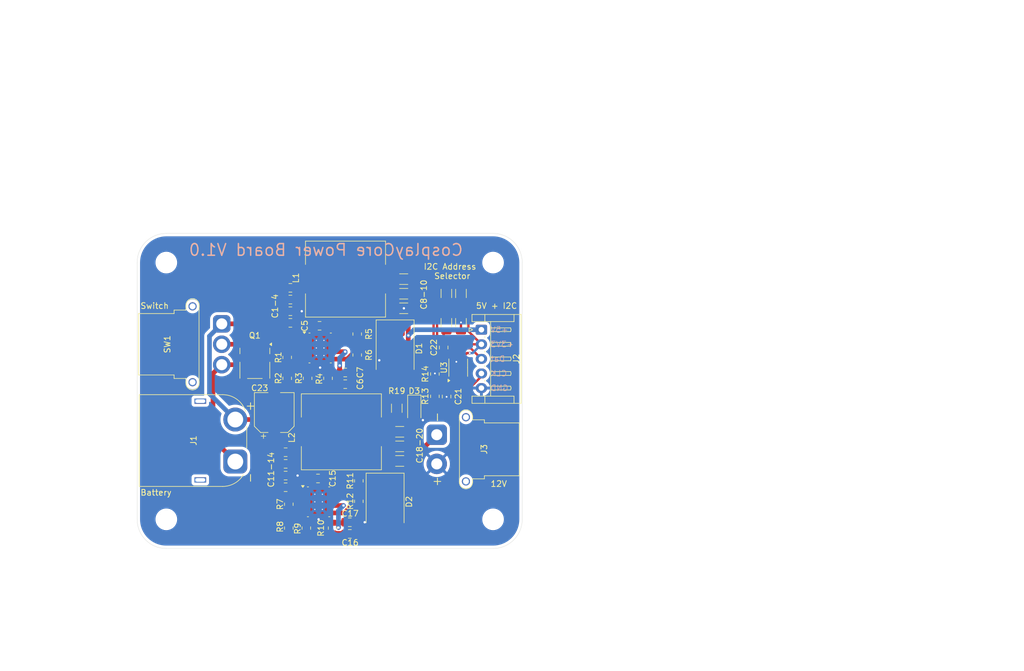
<source format=kicad_pcb>
(kicad_pcb (version 20241229) (generator "pcbnew") (generator_version "9.0")
  (layers (0 "F.Cu" signal) (2 "B.Cu" signal) (13 "F.Paste" user) (15 "B.Paste" user) (5 "F.SilkS" user "F.Silkscreen") (7 "B.SilkS" user "B.Silkscreen") (1 "F.Mask" user) (3 "B.Mask" user) (25 "Edge.Cuts" user))
  (net 0 "")
  (net 1 "GND")
  (net 2 "+BATT")
  (net 3 "Net-(D1-K)")
  (net 4 "Net-(U1-BOOT)")
  (net 5 "+5V")
  (net 6 "Net-(U2-BOOT)")
  (net 7 "Net-(D2-K)")
  (net 8 "+12V")
  (net 9 "Net-(J1-Pin_1)")
  (net 10 "Net-(Q1-G)")
  (net 11 "Net-(U1-COMP)")
  (net 12 "Net-(U1-FB)")
  (net 13 "Net-(U1-EN)")
  (net 14 "Net-(U1-RT{slash}CLK)")
  (net 15 "Net-(U2-FB)")
  (net 16 "Net-(U2-COMP)")
  (net 17 "Net-(U2-EN)")
  (net 18 "Net-(U2-RT{slash}CLK)")
  (net 19 "Net-(C6-Pad1)")
  (net 20 "Net-(C16-Pad1)")
  (net 21 "/I2C_Dat")
  (net 22 "/I2C_CLK")
  (net 23 "Net-(U3-VIN)")
  (net 24 "+3V3")
  (net 25 "Net-(D3-A)")
  (net 26 "/ADR1")
  (net 27 "/ADR0")
  (footprint "Capacitor_SMD:C_0805_2012Metric" (layer "F.Cu") (at 127.265 82.335)
    (property "Reference" "C4" (hide yes))
    (property "Value" "2.2u")
  )
  (footprint "Capacitor_SMD:C_0805_2012Metric" (layer "F.Cu") (at 136.665 98.835)
    (property "Reference" "C6")
    (property "Value" "4.7n")
  )
  (footprint "Capacitor_SMD:C_1206_3216Metric" (layer "F.Cu") (at 146.69 80.835)
    (property "Reference" "C8" (hide yes))
    (property "Value" "47u")
  )
  (footprint "Resistor_SMD:R_0805_2012Metric" (layer "F.Cu") (at 138.715 93.835 -90)
    (property "Reference" "R6")
    (property "Value" "10k")
  )
  (footprint "Capacitor_SMD:C_0805_2012Metric" (layer "F.Cu") (at 126.45 116.5)
    (property "Reference" "C11" (hide yes))
    (property "Value" "2.2u")
  )
  (footprint "Capacitor_SMD:C_1206_3216Metric" (layer "F.Cu") (at 146.69 83.335)
    (property "Reference" "C9" (hide yes))
    (property "Value" "47u")
  )
  (footprint "Capacitor_SMD:C_0805_2012Metric" (layer "F.Cu") (at 127.265 84.335)
    (property "Reference" "C3" (hide yes))
    (property "Value" "2.2u")
  )
  (footprint "Inductor_SMD:L_TechFuse_SL1250" (layer "F.Cu") (at 136.715 80.835)
    (property "Reference" "L1")
    (property "Value" "10u")
  )
  (footprint "Capacitor_SMD:C_0805_2012Metric" (layer "F.Cu") (at 153.5325 92.556266 90)
    (property "Reference" "C22")
    (property "Value" "4.7u")
  )
  (footprint "Diode_SMD:D_SMC" (layer "F.Cu") (at 143.5 119 -90)
    (property "Reference" "D2")
    (property "Value" "B560C")
  )
  (footprint "Capacitor_SMD:C_0805_2012Metric" (layer "F.Cu") (at 126.45 114.5)
    (property "Reference" "C12" (hide yes))
    (property "Value" "2.2u")
  )
  (footprint "Connector_JST:JST_EH_S5B-EH_1x05_P2.50mm_Horizontal" (layer "F.Cu") (at 160 89.506266 -90)
    (property "Reference" "J2")
    (property "Value" "I2C")
  )
  (footprint "MountingHole:MountingHole_3.2mm_M3" (layer "F.Cu") (at 106 122)
    (property "Reference" "H2" (hide yes))
    (property "Value" "MountingHole")
  )
  (footprint "Resistor_SMD:R_0805_2012Metric" (layer "F.Cu") (at 133.715 97.835 -90)
    (property "Reference" "R4")
    (property "Value" "16.9k")
  )
  (footprint "Capacitor_SMD:C_0805_2012Metric" (layer "F.Cu") (at 154.0325 100.956266 90)
    (property "Reference" "C21")
    (property "Value" "100n")
  )
  (footprint "Capacitor_SMD:C_0805_2012Metric" (layer "F.Cu") (at 136.665 96.835)
    (property "Reference" "C7")
    (property "Value" "47p")
  )
  (footprint "Resistor_SMD:R_0805_2012Metric" (layer "F.Cu") (at 130.215 97.835 -90)
    (property "Reference" "R3")
    (property "Value" "243k")
  )
  (footprint "Resistor_SMD:R_1206_3216Metric" (layer "F.Cu") (at 156.5 83.290633 -90)
    (property "Reference" "R17" (hide yes))
    (property "Value" "10k")
  )
  (footprint "Capacitor_SMD:C_0805_2012Metric" (layer "F.Cu") (at 126.45 110.5)
    (property "Reference" "C14" (hide yes))
    (property "Value" "2.2u")
  )
  (footprint "Capacitor_SMD:C_1206_3216Metric" (layer "F.Cu") (at 146 112)
    (property "Reference" "C20" (hide yes))
    (property "Value" "47u")
  )
  (footprint "Resistor_SMD:R_1206_3216Metric" (layer "F.Cu") (at 145.5 102.9625 -90)
    (property "Reference" "R19")
    (property "Value" "80")
  )
  (footprint "Connector_AMASS:AMASS_XT30PW-F_1x02_P2.50mm_Horizontal" (layer "F.Cu") (at 152.35 107.5 -90)
    (property "Reference" "J3")
    (property "Value" "12V_Out" (hide yes))
  )
  (footprint "Capacitor_SMD:C_0805_2012Metric" (layer "F.Cu") (at 132 115 180)
    (property "Reference" "C15")
    (property "Value" "100n")
  )
  (footprint "Capacitor_SMD:C_0805_2012Metric" (layer "F.Cu") (at 127.265 88.335)
    (property "Reference" "C1" (hide yes))
    (property "Value" "2.2u")
  )
  (footprint "Package_SO:Texas_R-PDSO-G8_EP2.95x4.9mm_Mask2.4x3.1mm_ThermalVias" (layer "F.Cu") (at 132.365 92.635)
    (property "Reference" "U1" (hide yes))
    (property "Value" "TPS54560BDDA")
  )
  (footprint "MountingHole:MountingHole_3.2mm_M3" (layer "F.Cu") (at 106 78)
    (property "Reference" "H1" (hide yes))
    (property "Value" "MountingHole")
  )
  (footprint "Package_SO:Texas_R-PDSO-G8_EP2.95x4.9mm_Mask2.4x3.1mm_ThermalVias" (layer "F.Cu") (at 132.1 119)
    (property "Reference" "U2" (hide yes))
    (property "Value" "TPS54560BDDA")
  )
  (footprint "Resistor_SMD:R_0805_2012Metric" (layer "F.Cu") (at 152.0325 100.918766 90)
    (property "Reference" "R13")
    (property "Value" "39k")
  )
  (footprint "Capacitor_SMD:C_0805_2012Metric" (layer "F.Cu") (at 127.265 86.335)
    (property "Reference" "C2" (hide yes))
    (property "Value" "2.2u")
  )
  (footprint "Package_SO:ONSemi_SO-8FL_488AA" (layer "F.Cu") (at 121.175 94.755 -90)
    (property "Reference" "Q1")
    (property "Value" "NTMFS5C430NLT1G")
  )
  (footprint "Capacitor_SMD:C_0805_2012Metric" (layer "F.Cu") (at 132.265 88.835 180)
    (property "Reference" "C5")
    (property "Value" "100n")
  )
  (footprint "Resistor_SMD:R_1206_3216Metric" (layer "F.Cu") (at 154 88.290633 -90)
    (property "Reference" "R16" (hide yes))
    (property "Value" "10k")
  )
  (footprint "Connector_AMASS:AMASS_XT60PW-M_1x02_P7.20mm_Horizontal" (layer "F.Cu") (at 117.825 112.1 90)
    (property "Reference" "J1")
    (property "Value" "Conn_01x02_Pin")
  )
  (footprint "Capacitor_SMD:C_1206_3216Metric" (layer "F.Cu") (at 146 107)
    (property "Reference" "C18" (hide yes))
    (property "Value" "47u")
  )
  (footprint "Inductor_SMD:L_TechFuse_SL1250" (layer "F.Cu") (at 136 107)
    (property "Reference" "L2")
    (property "Value" "22u")
  )
  (footprint "Capacitor_SMD:C_0805_2012Metric" (layer "F.Cu") (at 126.45 112.5)
    (property "Reference" "C13" (hide yes))
    (property "Value" "2.2u")
  )
  (footprint "Resistor_SMD:R_0805_2012Metric" (layer "F.Cu") (at 130 123.5 -90)
    (property "Reference" "R9")
    (property "Value" "243k")
  )
  (footprint "Package_SO:MSOP-8_3x3mm_P0.65mm" (layer "F.Cu") (at 156.0325 96.006266 90)
    (property "Reference" "U3")
    (property "Value" "ADC081C021CIMM")
  )
  (footprint "Resistor_SMD:R_0805_2012Metric" (layer "F.Cu") (at 138.715 90.2475 -90)
    (property "Reference" "R5")
    (property "Value" "52.3k")
  )
  (footprint "Capacitor_SMD:C_1206_3216Metric" (layer "F.Cu") (at 146.69 85.835)
    (property "Reference" "C10" (hide yes))
    (property "Value" "47u")
  )
  (footprint "Connector_AMASS:AMASS_MR30PW-FB_1x03_P3.50mm_Horizontal" (layer "F.Cu") (at 115.5 88.5 90)
    (property "Reference" "SW1")
    (property "Value" "SW_SPDT")
  )
  (footprint "Resistor_SMD:R_0805_2012Metric" (layer "F.Cu") (at 139 115.4125 -90)
    (property "Reference" "R11")
    (property "Value" "140k")
  )
  (footprint "Capacitor_SMD:CP_Elec_6.3x7.7" (layer "F.Cu") (at 124.5 103.7 90)
    (property "Reference" "C23")
    (property "Value" "150u")
  )
  (footprint "Resistor_SMD:R_1206_3216Metric" (layer "F.Cu") (at 156.5 88.290633 -90)
    (property "Reference" "R18" (hide yes))
    (property "Value" "10k")
  )
  (footprint "Resistor_SMD:R_0805_2012Metric" (layer "F.Cu") (at 127 119.4125 -90)
    (property "Reference" "R7")
    (property "Value" "150k")
  )
  (footprint "Capacitor_SMD:C_0805_2012Metric" (layer "F.Cu") (at 137.45 124.5)
    (property "Reference" "C16")
    (property "Value" "8.2n")
  )
  (footprint "Capacitor_SMD:C_1206_3216Metric" (layer "F.Cu") (at 146 109.5)
    (property "Reference" "C19" (hide yes))
    (property "Value" "47u")
  )
  (footprint "Resistor_SMD:R_0805_2012Metric" (layer "F.Cu") (at 139 118.9125 -90)
    (property "Reference" "R12")
    (property "Value" "10k")
  )
  (footprint "Diode_SMD:D_SMC" (layer "F.Cu") (at 145.215 92.735 -90)
    (property "Reference" "D1")
    (property "Value" "B560C")
  )
  (footprint "LED_SMD:LED_1206_3216Metric" (layer "F.Cu") (at 148.5 103 -90)
    (property "Reference" "D3")
    (property "Value" "LED")
  )
  (footprint "Resistor_SMD:R_0805_2012Metric" (layer "F.Cu") (at 127 123.5 -90)
    (property "Reference" "R8")
    (property "Value" "15k")
  )
  (footprint "Resistor_SMD:R_0805_2012Metric" (layer "F.Cu") (at 134.5 123.5 -90)
    (property "Reference" "R10")
    (property "Value" "26.1k")
  )
  (footprint "MountingHole:MountingHole_3.2mm_M3" (layer "F.Cu") (at 162 122)
    (property "Reference" "H4" (hide yes))
    (property "Value" "MountingHole")
  )
  (footprint "Resistor_SMD:R_0805_2012Metric" (layer "F.Cu") (at 126.715 94.2475 -90)
    (property "Reference" "R1")
    (property "Value" "150k")
  )
  (footprint "Resistor_SMD:R_0805_2012Metric" (layer "F.Cu") (at 152.0325 97.093766 90)
    (property "Reference" "R14")
    (property "Value" "10k")
  )
  (footprint "MountingHole:MountingHole_3.2mm_M3" (layer "F.Cu") (at 162 78)
    (property "Reference" "H3" (hide yes))
    (property "Value" "MountingHole")
  )
  (footprint "Resistor_SMD:R_0805_2012Metric" (layer "F.Cu") (at 126.715 97.835 -90)
    (property "Reference" "R2")
    (property "Value" "15k")
  )
  (footprint "Resistor_SMD:R_1206_3216Metric" (layer "F.Cu") (at 154 83.290633 -90)
    (property "Reference" "R15" (hide yes))
    (property "Value" "10k")
  )
  (footprint "Capacitor_SMD:C_0805_2012Metric" (layer "F.Cu") (at 137.45 122.5)
    (property "Reference" "C17")
    (property "Value" "30p")
  )
  (gr_arc (start 101 78) (mid 102.464466 74.464466) (end 106 73) (stroke (width 0.05)) (layer "Edge.Cuts"))
  (gr_line (start 106 73) (end 162 73) (stroke (width 0.05)) (layer "Edge.Cuts"))
  (gr_arc (start 162 73) (mid 165.535534 74.464466) (end 167 78) (stroke (width 0.05)) (layer "Edge.Cuts"))
  (gr_line (start 167 78) (end 167 122) (stroke (width 0.05)) (layer "Edge.Cuts"))
  (gr_line (start 162 127) (end 106 127) (stroke (width 0.05)) (layer "Edge.Cuts"))
  (gr_line (start 101 122) (end 101 78) (stroke (width 0.05)) (layer "Edge.Cuts"))
  (gr_arc (start 167 122) (mid 165.535534 125.535534) (end 162 127) (stroke (width 0.05)) (layer "Edge.Cuts"))
  (gr_arc (start 106 127) (mid 102.464466 125.535534) (end 101 122) (stroke (width 0.05)) (layer "Edge.Cuts"))
  (gr_text "Switch" (at 101.5 86 0) (layer "F.SilkS") (effects (font (size 1 1)) (justify left bottom)))
  (gr_text "C18-20" (at 150 112.5 90) (layer "F.SilkS") (effects (font (size 1 1)) (justify left bottom)))
  (gr_text "I2C Address \nSelector" (at 155 79.5 0) (layer "F.SilkS") (effects (font (size 1 1))))
  (gr_text "C1-4" (at 125.215 87.635 90) (layer "F.SilkS") (effects (font (size 1 1)) (justify left bottom)))
  (gr_text "5V + I2C" (at 159 86 0) (layer "F.SilkS") (effects (font (size 1 1)) (justify left bottom)))
  (gr_text "C11-14" (at 123.95 113.5 90) (layer "F.SilkS") (effects (font (size 1 1))))
  (gr_text "C8-10" (at 150.715 86.135 90) (layer "F.SilkS") (effects (font (size 1 1)) (justify left bottom)))
  (gr_text "Battery" (at 101.5 118 0) (layer "F.SilkS") (effects (font (size 1 1)) (justify left bottom)))
  (gr_text "12V" (at 161.5 116.5 0) (layer "F.SilkS") (effects (font (size 1 1)) (justify left bottom)))
  (gr_text "+5V" (at 161.5 89.5 0) (layer "B.SilkS") (effects (font (size 1 1) (thickness 0.1)) (justify right mirror)))
  (gr_text "GND" (at 161.5 99.5 0) (layer "B.SilkS") (effects (font (size 1 1) (thickness 0.1)) (justify right mirror)))
  (gr_text "Dat" (at 161.5 94.5 0) (layer "B.SilkS") (effects (font (size 1 1) (thickness 0.1)) (justify right mirror)))
  (gr_text "CosplayCore Power Board V1.0" (at 157 77 0) (layer "B.SilkS") (effects (font (size 2 2) (thickness 0.25)) (justify left bottom mirror)))
  (gr_text "CLK" (at 161.5 97 0) (layer "B.SilkS") (effects (font (size 1 1) (thickness 0.1)) (justify right mirror)))
  (gr_text "+3V3" (at 161.5 92 0) (layer "B.SilkS") (effects (font (size 1 1) (thickness 0.1)) (justify right mirror)))
  (segment (start 137.615 96.835) (end 137.615 95.8475) (width 0.8) (layer "F.Cu") (net 1))
  (segment (start 155.5 89.753133) (end 156.5 89.753133) (width 0.4) (layer "F.Cu") (net 1))
  (segment (start 125 93.92775) (end 125 99) (width 0.8) (layer "F.Cu") (net 1))
  (segment (start 123.08 92.00775) (end 125 93.92775) (width 0.8) (layer "F.Cu") (net 1))
  (segment (start 137.615 95.8475) (end 138.715 94.7475) (width 0.8) (layer "F.Cu") (net 1))
  (segment (start 127.4 112.5) (end 127.4 110.5) (width 0.8) (layer "F.Cu") (net 1))
  (segment (start 132.1 122) (end 132.1 119) (width 0.8) (layer "F.Cu") (net 1))
  (segment (start 147.475 107) (end 147.475 109.5) (width 0.8) (layer "F.Cu") (net 1))
  (segment (start 138.4 122.5) (end 140 122.5) (width 0.8) (layer "F.Cu") (net 1))
  (segment (start 134.9275 92) (end 133 92) (width 0.8) (layer "F.Cu") (net 1))
  (segment (start 139 121.9) (end 138.4 122.5) (width 0.8) (layer "F.Cu") (net 1))
  (segment (start 127.4 114.5) (end 127.4 112.5) (width 0.8) (layer "F.Cu") (net 1))
  (segment (start 148.110424 107) (end 147.475 107) (width 0.8) (layer "F.Cu") (net 1))
  (segment (start 125 100.5) (end 124.5 101) (width 0.8) (layer "F.Cu") (net 1))
  (segment (start 132.365 97.2975) (end 132.365 96) (width 0.8) (layer "F.Cu") (net 1))
  (segment (start 139 119.825) (end 139 121.9) (width 0.8) (layer "F.Cu") (net 1))
  (segment (start 142.715 94.7475) (end 143.8275 94.7475) (width 0.8) (layer "F.Cu") (net 1))
  (segment (start 154 89.753133) (end 155.5 89.753133) (width 0.4) (layer "F.Cu") (net 1))
  (segment (start 149.976 105.134424) (end 148.110424 107) (width 0.8) (layer "F.Cu") (net 1))
  (segment (start 148.165 83.335) (end 148.165 85.835) (width 0.8) (layer "F.Cu") (net 1))
  (segment (start 154.0325 101.906266) (end 154.0325 101.006266) (width 0.4) (layer "F.Cu") (net 1))
  (segment (start 153.5325 91.606266) (end 153.5325 90.220633) (width 0.4) (layer "F.Cu") (net 1))
  (segment (start 121.81 92.00775) (end 120.54 92.00775) (width 0.8) (layer "F.Cu") (net 1))
  (segment (start 143.4 122.5) (end 143.5 122.4) (width 0.8) (layer "F.Cu") (net 1))
  (segment (start 130.7 124.4125) (end 132.1 123.0125) (width 0.8) (layer "F.Cu") (net 1))
  (segment (start 125.2525 98.7475) (end 125 99) (width 0.8) (layer "F.Cu") (net 1))
  (segment (start 147.475 109.5) (end 147.475 112) (width 0.8) (layer "F.Cu") (net 1))
  (segment (start 137.615 96.835) (end 137.615 98.835) (width 0.8) (layer "F.Cu") (net 1))
  (segment (start 132.735 118.365) (end 132.1 119) (width 0.8) (layer "F.Cu") (net 1))
  (segment (start 130.215 98.7475) (end 130.915 98.7475) (width 0.8) (layer "F.Cu") (net 1))
  (segment (start 126.715 98.7475) (end 130.215 98.7475) (width 0.8) (layer "F.Cu") (net 1))
  (segment (start 128.215 86.335) (end 128.215 88.335) (width 0.8) (layer "F.Cu") (net 1))
  (segment (start 128.215 82.335) (end 128.215 84.335) (width 0.8) (layer "F.Cu") (net 1))
  (segment (start 142.5 94.7475) (end 142.715 94.7475) (width 0.8) (layer "F.Cu") (net 1))
  (segment (start 138.4 122.5) (end 138.4 124.5) (width 0.8) (layer "F.Cu") (net 1))
  (segment (start 140 122.5) (end 143.4 122.5) (width 0.8) (layer "F.Cu") (net 1))
  (segment (start 152.0325 97) (end 152.0325 97.006266) (width 0.4) (layer "F.Cu") (net 1))
  (segment (start 149.976 103.076) (end 148.5 101.6) (width 0.8) (layer "F.Cu") (net 1))
  (segment (start 148.165 85.835) (end 146.715 85.835) (width 0.8) (layer "F.Cu") (net 1))
  (segment (start 148.165 80.835) (end 148.165 83.335) (width 0.8) (layer "F.Cu") (net 1))
  (segment (start 127 124.4125) (end 130 124.4125) (width 0.8) (layer "F.Cu") (net 1))
  (segment (start 123.08 92.00775) (end 121.81 92.00775) (width 0.8) (layer "F.Cu") (net 1))
  (segment (start 134.6625 118.365) (end 132.735 118.365) (width 0.8) (layer "F.Cu") (net 1))
  (segment (start 126.715 98.7475) (end 125.2525 98.7475) (width 0.8) (layer "F.Cu") (net 1))
  (segment (start 138.715 94.7475) (end 142.5 94.7475) (width 0.8) (layer "F.Cu") (net 1))
  (segment (start 155.7075 95.006266) (end 155.7075 95) (width 0.4) (layer "F.Cu") (net 1))
  (segment (start 149.976 105) (end 149.976 103.076) (width 0.8) (layer "F.Cu") (net 1))
  (segment (start 129.215 86.335) (end 128.215 86.335) (width 0.8) (layer "F.Cu") (net 1))
  (segment (start 132.1 123.0125) (end 132.1 122) (width 0.8) (layer "F.Cu") (net 1))
  (segment (start 130 124.4125) (end 130.7 124.4125) (width 0.8) (layer "F.Cu") (net 1))
  (segment (start 127.4 114.5) (end 128.5 114.5) (width 0.8) (layer "F.Cu") (net 1))
  (segment (start 128.215 84.335) (end 128.215 86.335) (width 0.8) (layer "F.Cu") (net 1))
  (segment (start 127.4 116.5) (end 127.4 114.5) (width 0.8) (layer "F.Cu") (net 1))
  (segment (start 153.5325 90.220633) (end 154 89.753133) (width 0.4) (layer "F.Cu") (net 1))
  (segment (start 133 92) (end 132.365 92.635) (width 0.8) (layer "F.Cu") (net 1))
  (segment (start 149.976 105) (end 149.976 105.134424) (width 0.8) (layer "F.Cu") (net 1))
  (segment (start 156.5 89.753133) (end 156.5 88.253133) (width 0.4) (layer "F.Cu") (net 1))
  (segment (start 125 99) (end 125 100.5) (width 0.8) (layer "F.Cu") (net 1))
  (segment (start 130.915 98.7475) (end 132.365 97.2975) (width 0.8) (layer "F.Cu") (net 1))
  (segment (start 132.365 95.635) (end 132.365 92.635) (width 0.8) (layer "F.Cu") (net 1))
  (segment (start 143.8275 94.7475) (end 145.215 96.135) (width 0.8) (layer "F.Cu") (net 1))
  (segment (start 155.7075 95) (end 155.7075 93.893766) (width 0.4) (layer "F.Cu") (net 1))
  (segment (start 152.0325 96.181266) (end 152.0325 97) (width 0.4) (layer "F.Cu") (net 1))
  (segment (start 132.365 96) (end 132.365 95.635) (width 0.8) (layer "F.Cu") (net 1))
  (via (at 128.5 114.5) (size 0.6) (drill 0.4) (layers "F.Cu" "B.Cu") (net 1))
  (via (at 132.365 96) (size 0.6) (drill 0.4) (layers "F.Cu" "B.Cu") (net 1))
  (via (at 129.215 86.335) (size 0.6) (drill 0.4) (layers "F.Cu" "B.Cu") (net 1))
  (via (at 152.0325 97) (size 0.4) (drill 0.3) (layers "F.Cu" "B.Cu") (net 1))
  (via (at 146.715 85.835) (size 0.6) (drill 0.4) (layers "F.Cu" "B.Cu") (net 1))
  (via (at 149.976 105) (size 0.6) (drill 0.4) (layers "F.Cu" "B.Cu") (net 1))
  (via (at 156.5 88.253133) (size 0.4) (drill 0.3) (layers "F.Cu" "B.Cu") (net 1))
  (via (at 154.0325 101.006266) (size 0.4) (drill 0.3) (layers "F.Cu" "B.Cu") (net 1))
  (via (at 155.7075 95) (size 0.4) (drill 0.3) (layers "F.Cu" "B.Cu") (net 1))
  (via (at 132.1 122) (size 0.6) (drill 0.4) (layers "F.Cu" "B.Cu") (net 1))
  (via (at 140 122.5) (size 0.6) (drill 0.4) (layers "F.Cu" "B.Cu") (net 1))
  (via (at 142.5 94.7475) (size 0.6) (drill 0.4) (layers "F.Cu" "B.Cu") (net 1))
  (segment (start 126.315 88.335) (end 126.315 89.399999) (width 0.8) (layer "F.Cu") (net 2))
  (segment (start 126.715 93.335) (end 127.580001 93.335) (width 0.8) (layer "F.Cu") (net 2))
  (segment (start 150.775234 100.574) (end 152.0325 101.831266) (width 0.4) (layer "F.Cu") (net 2))
  (segment (start 126.315 88.335) (end 126.315 82.335) (width 0.8) (layer "F.Cu") (net 2))
  (segment (start 127.2385 103.4615) (end 124.5 106.2) (width 0.4) (layer "F.Cu") (net 2))
  (segment (start 147.558786 100.574) (end 146.776 101.356786) (width 0.4) (layer "F.Cu") (net 2))
  (segment (start 124.5 106.2) (end 124.5 109.5) (width 0.8) (layer "F.Cu") (net 2))
  (segment (start 146.776 101.356786) (end 146.776 102.08908) (width 0.4) (layer "F.Cu") (net 2))
  (segment (start 147.558786 100.574) (end 150.775234 100.574) (width 0.4) (layer "F.Cu") (net 2))
  (segment (start 128.207501 92.707501) (end 128.915001 92) (width 0.8) (layer "F.Cu") (net 2))
  (segment (start 125.5 114.5) (end 125.5 116.5) (width 0.8) (layer "F.Cu") (net 2))
  (segment (start 123.2 104.9) (end 124.5 106.2) (width 0.8) (layer "F.Cu") (net 2))
  (segment (start 125.5 117) (end 125.5 116.5) (width 0.8) (layer "F.Cu") (net 2))
  (segment (start 117.825 104.9) (end 123.2 104.9) (width 0.8) (layer "F.Cu") (net 2))
  (segment (start 127.580001 93.335) (end 128.207501 92.707501) (width 0.8) (layer "F.Cu") (net 2))
  (segment (start 125.5 112.5) (end 125.5 114.5) (width 0.8) (layer "F.Cu") (net 2))
  (segment (start 125.5 110.5) (end 125.5 112.5) (width 0.8) (layer "F.Cu") (net 2))
  (segment (start 146.776 102.08908) (end 145.40358 103.4615) (width 0.4) (layer "F.Cu") (net 2))
  (segment (start 145.40358 103.4615) (end 127.2385 103.4615) (width 0.4) (layer "F.Cu") (net 2))
  (segment (start 128.915001 92) (end 129.8025 92) (width 0.8) (layer "F.Cu") (net 2))
  (segment (start 126.15 88.5) (end 126.315 88.335) (width 0.8) (layer "F.Cu") (net 2))
  (segment (start 115.5 88.5) (end 126.15 88.5) (width 0.8) (layer "F.Cu") (net 2))
  (segment (start 127 118.5) (end 129.4025 118.5) (width 0.8) (layer "F.Cu") (net 2))
  (segment (start 126.315 89.399999) (end 128.915001 92) (width 0.8) (layer "F.Cu") (net 2))
  (segment (start 127 118.5) (end 125.5 117) (width 0.8) (layer "F.Cu") (net 2))
  (segment (start 124.5 109.5) (end 125.5 110.5) (width 0.8) (layer "F.Cu") (net 2))
  (segment (start 129.4025 118.5) (end 129.5375 118.365) (width 0.8) (layer "F.Cu") (net 2))
  (segment (start 117.825 104.9) (end 113.399 100.474) (width 0.8) (layer "B.Cu") (net 2))
  (segment (start 113.399 90.601) (end 115.5 88.5) (width 0.8) (layer "B.Cu") (net 2))
  (segment (start 113.399 100.474) (end 113.399 90.601) (width 0.8) (layer "B.Cu") (net 2))
  (segment (start 133.215 88.835) (end 133.715 88.835) (width 0.8) (layer "F.Cu") (net 3))
  (segment (start 138.715 89.335) (end 145.215 89.335) (width 0.8) (layer "F.Cu") (net 3))
  (segment (start 133.715 88.835) (end 134.9275 90.0475) (width 0.8) (layer "F.Cu") (net 3))
  (segment (start 136.3225 89.335) (end 134.9275 90.73) (width 0.8) (layer "F.Cu") (net 3))
  (segment (start 133.215 82.96) (end 131.09 80.835) (width 0.8) (layer "F.Cu") (net 3))
  (segment (start 138.715 89.335) (end 136.3225 89.335) (width 0.8) (layer "F.Cu") (net 3))
  (segment (start 133.215 88.835) (end 133.215 82.96) (width 0.8) (layer "F.Cu") (net 3))
  (segment (start 134.9275 90.0475) (end 134.9275 90.73) (width 0.8) (layer "F.Cu") (net 3))
  (segment (start 129.8025 90.73) (end 129.8025 89.6705) (width 0.8) (layer "F.Cu") (net 4))
  (segment (start 130.638 88.835) (end 131.315 88.835) (width 0.8) (layer "F.Cu") (net 4))
  (segment (start 129.8025 89.6705) (end 130.638 88.835) (width 0.8) (layer "F.Cu") (net 4))
  (segment (start 147.466 91.5) (end 147.466 98.5) (width 0.8) (layer "F.Cu") (net 5))
  (segment (start 147.466 98.5) (end 147.466 99.534) (width 0.8) (layer "F.Cu") (net 5))
  (segment (start 145.215 80.835) (end 145.215 83.335) (width 0.8) (layer "F.Cu") (net 5))
  (segment (start 147.466 99.534) (end 145.5 101.5) (width 0.8) (layer "F.Cu") (net 5))
  (segment (start 145.215 85.835) (end 145.215 83.335) (width 0.8) (layer "F.Cu") (net 5))
  (segment (start 146.864 87.484) (end 146.974424 87.484) (width 0.8) (layer "F.Cu") (net 5))
  (segment (start 145.215 85.835) (end 146.864 87.484) (width 0.8) (layer "F.Cu") (net 5))
  (segment (start 142.34 80.835) (end 145.215 80.835) (width 0.8) (layer "F.Cu") (net 5))
  (segment (start 147.466 87.975576) (end 147.466 90.5) (width 0.8) (layer "F.Cu") (net 5))
  (segment (start 146.974424 87.484) (end 147.466 87.975576) (width 0.8) (layer "F.Cu") (net 5))
  (segment (start 147.466 90.5) (end 147.466 91.5) (width 0.8) (layer "F.Cu") (net 5))
  (via (at 147.483 90.483) (size 0.6) (drill 0.4) (layers "F.Cu" "B.Cu") (net 5))
  (segment (start 147.483 90.483) (end 148.459734 89.506266) (width 0.8) (layer "B.Cu") (net 5))
  (segment (start 148.459734 89.506266) (end 160 89.506266) (width 0.8) (layer "B.Cu") (net 5))
  (segment (start 147.466 90.5) (end 147.483 90.483) (width 0.8) (layer "B.Cu") (net 5))
  (segment (start 129.5375 116.5125) (end 131.05 115) (width 0.8) (layer "F.Cu") (net 6))
  (segment (start 129.5375 117.095) (end 129.5375 116.5125) (width 0.8) (layer "F.Cu") (net 6))
  (segment (start 130.375 111.475) (end 130.375 107) (width 0.8) (layer "F.Cu") (net 7))
  (segment (start 132.95 115) (end 134.6625 116.7125) (width 0.8) (layer "F.Cu") (net 7))
  (segment (start 137.2575 114.5) (end 134.6625 117.095) (width 0.8) (layer "F.Cu") (net 7))
  (segment (start 134.6625 116.7125) (end 134.6625 117.095) (width 0.8) (layer "F.Cu") (net 7))
  (segment (start 132.95 114.05) (end 130.375 111.475) (width 0.8) (layer "F.Cu") (net 7))
  (segment (start 139 114.5) (end 142.4 114.5) (width 0.8) (layer "F.Cu") (net 7))
  (segment (start 142.4 114.5) (end 143.5 115.6) (width 0.8) (layer "F.Cu") (net 7))
  (segment (start 132.95 115) (end 132.95 114.05) (width 0.8) (layer "F.Cu") (net 7))
  (segment (start 139 114.5) (end 137.2575 114.5) (width 0.8) (layer "F.Cu") (net 7))
  (segment (start 144.525 112) (end 146.026 113.501) (width 0.8) (layer "F.Cu") (net 8))
  (segment (start 144.525 109.5) (end 144.525 112) (width 0.8) (layer "F.Cu") (net 8))
  (segment (start 144.525 107) (end 144.525 109.5) (width 0.8) (layer "F.Cu") (net 8))
  (segment (start 149.5 112.160424) (end 149.5 110.35) (width 0.8) (layer "F.Cu") (net 8))
  (segment (start 148.159424 113.501) (end 149.5 112.160424) (width 0.8) (layer "F.Cu") (net 8))
  (segment (start 141.625 107) (end 144.525 107) (width 0.8) (layer "F.Cu") (net 8))
  (segment (start 146.026 113.501) (end 148.159424 113.501) (width 0.8) (layer "F.Cu") (net 8))
  (segment (start 149.5 110.35) (end 152.35 107.5) (width 0.8) (layer "F.Cu") (net 8))
  (segment (start 114 97) (end 114 108.275) (width 0.8) (layer "F.Cu") (net 9))
  (segment (start 115.5 95.5) (end 114 97) (width 0.8) (layer "F.Cu") (net 9))
  (segment (start 117.825 112.095) (end 117.825 112.1) (width 0.8) (layer "F.Cu") (net 9))
  (segment (start 115.5 95.5) (end 121.175 95.5) (width 0.8) (layer "F.Cu") (net 9))
  (segment (start 114 108.275) (end 117.825 112.1) (width 0.8) (layer "F.Cu") (net 9))
  (segment (start 115.5 92) (end 119.26225 92) (width 0.8) (layer "F.Cu") (net 10))
  (segment (start 119.26225 92) (end 119.27 92.00775) (width 0.8) (layer "F.Cu") (net 10))
  (segment (start 135.6275 96.9225) (end 135.715 96.835) (width 0.8) (layer "F.Cu") (net 11))
  (segment (start 135.715 96.835) (end 135.715 95.635) (width 0.8) (layer "F.Cu") (net 11))
  (segment (start 136.65 93.27) (end 134.9275 93.27) (width 0.8) (layer "F.Cu") (net 11))
  (segment (start 133.715 96.9225) (end 135.6275 96.9225) (width 0.8) (layer "F.Cu") (net 11))
  (via (at 135.715 95.635) (size 0.6) (drill 0.4) (layers "F.Cu" "B.Cu") (net 11))
  (via (at 136.65 93.27) (size 0.6) (drill 0.4) (layers "F.Cu" "B.Cu") (net 11))
  (segment (start 135.715 94.335) (end 136.65 93.4) (width 0.8) (layer "B.Cu") (net 11))
  (segment (start 136.65 93.4) (end 136.65 93.27) (width 0.8) (layer "B.Cu") (net 11))
  (segment (start 135.715 95.635) (end 135.715 94.335) (width 0.8) (layer "B.Cu") (net 11))
  (segment (start 134.9275 94.54) (end 136.999576 94.54) (width 0.8) (layer "F.Cu") (net 12))
  (segment (start 136.999576 94.54) (end 138.617076 92.9225) (width 0.8) (layer "F.Cu") (net 12))
  (segment (start 138.617076 92.9225) (end 138.715 92.9225) (width 0.8) (layer "F.Cu") (net 12))
  (segment (start 138.715 92.9225) (end 138.5975 93.04) (width 0.4) (layer "F.Cu") (net 12))
  (segment (start 138.715 91.16) (end 138.715 92.9225) (width 0.4) (layer "F.Cu") (net 12))
  (segment (start 128.78 93.27) (end 129.8025 93.27) (width 0.4) (layer "F.Cu") (net 13))
  (segment (start 126.89 95.16) (end 128.78 93.27) (width 0.4) (layer "F.Cu") (net 13))
  (segment (start 126.715 95.16) (end 126.89 95.16) (width 0.4) (layer "F.Cu") (net 13))
  (segment (start 126.715 96.9225) (end 126.715 95.16) (width 0.4) (layer "F.Cu") (net 13))
  (segment (start 129.8025 96.51) (end 130.215 96.9225) (width 0.4) (layer "F.Cu") (net 14))
  (segment (start 129.8025 94.54) (end 129.8025 96.51) (width 0.4) (layer "F.Cu") (net 14))
  (segment (start 139 116.325) (end 139 118) (width 0.8) (layer "F.Cu") (net 15))
  (segment (start 134.6625 120.905) (end 136.510628 120.905) (width 0.8) (layer "F.Cu") (net 15))
  (segment (start 137.699 119.716628) (end 137.699 118.801) (width 0.8) (layer "F.Cu") (net 15))
  (segment (start 137.699 118.801) (end 138.5 118) (width 0.8) (layer "F.Cu") (net 15))
  (segment (start 138.5 118) (end 139 118) (width 0.8) (layer "F.Cu") (net 15))
  (segment (start 136.510628 120.905) (end 137.699 119.716628) (width 0.8) (layer "F.Cu") (net 15))
  (segment (start 135.5 122.5875) (end 135.5 123.4115) (width 0.8) (layer "F.Cu") (net 16))
  (segment (start 136.365 119.635) (end 134.6625 119.635) (width 0.8) (layer "F.Cu") (net 16))
  (segment (start 135.5 122.5875) (end 136.4125 122.5875) (width 0.8) (layer "F.Cu") (net 16))
  (segment (start 136.4125 122.5875) (end 136.5 122.5) (width 0.8) (layer "F.Cu") (net 16))
  (segment (start 134.5 122.5875) (end 135.5 122.5875) (width 0.8) (layer "F.Cu") (net 16))
  (via (at 135.5 123.4115) (size 0.6) (drill 0.4) (layers "F.Cu" "B.Cu") (net 16))
  (via (at 136.365 119.635) (size 0.6) (drill 0.4) (layers "F.Cu" "B.Cu") (net 16))
  (segment (start 135.5 120.5) (end 136.365 119.635) (width 0.8) (layer "B.Cu") (net 16))
  (segment (start 135.5 123.4115) (end 135.5 120.5) (width 0.8) (layer "B.Cu") (net 16))
  (segment (start 127 122.5875) (end 127 120.325) (width 0.8) (layer "F.Cu") (net 17))
  (segment (start 127 120.325) (end 127.69 119.635) (width 0.8) (layer "F.Cu") (net 17))
  (segment (start 127.69 119.635) (end 129.5375 119.635) (width 0.8) (layer "F.Cu") (net 17))
  (segment (start 129.5375 122.0375) (end 130 122.5) (width 0.8) (layer "F.Cu") (net 18))
  (segment (start 129.5375 120.905) (end 129.5375 122.0375) (width 0.8) (layer "F.Cu") (net 18))
  (segment (start 135.6275 98.7475) (end 135.715 98.835) (width 0.8) (layer "F.Cu") (net 19))
  (segment (start 133.715 98.7475) (end 135.6275 98.7475) (width 0.8) (layer "F.Cu") (net 19))
  (segment (start 136.4125 124.4125) (end 136.5 124.5) (width 0.8) (layer "F.Cu") (net 20))
  (segment (start 134.5 124.4125) (end 136.4125 124.4125) (width 0.8) (layer "F.Cu") (net 20))
  (segment (start 155.0575 93.893766) (end 155.0575 93.019974) (width 0.4) (layer "F.Cu") (net 21))
  (segment (start 155.0575 93.019974) (end 155.397208 92.680266) (width 0.4) (layer "F.Cu") (net 21))
  (segment (start 155.397208 92.680266) (end 158.174 92.680266) (width 0.4) (layer "F.Cu") (net 21))
  (segment (start 158.174 92.680266) (end 160 94.506266) (width 0.4) (layer "F.Cu") (net 21))
  (segment (start 157.566734 99.933266) (end 160 97.5) (width 0.4) (layer "F.Cu") (net 22))
  (segment (start 155.0575 98.992558) (end 155.998208 99.933266) (width 0.4) (layer "F.Cu") (net 22))
  (segment (start 155.998208 99.933266) (end 157.566734 99.933266) (width 0.4) (layer "F.Cu") (net 22))
  (segment (start 155.0575 98.118766) (end 155.0575 98.992558) (width 0.4) (layer "F.Cu") (net 22))
  (segment (start 160 97.5) (end 160 97.006266) (width 0.4) (layer "F.Cu") (net 22))
  (segment (start 152.0325 100.006266) (end 154.0325 100.006266) (width 0.4) (layer "F.Cu") (net 23))
  (segment (start 152.0325 100.006266) (end 152.0325 98.006266) (width 0.4) (layer "F.Cu") (net 23))
  (segment (start 152.0325 98.006266) (end 153.1335 96.905266) (width 0.4) (layer "F.Cu") (net 23))
  (segment (start 153.1335 96.905266) (end 156.667792 96.905266) (width 0.4) (layer "F.Cu") (net 23))
  (segment (start 157.0075 97.244974) (end 157.0075 98.118766) (width 0.4) (layer "F.Cu") (net 23))
  (segment (start 156.667792 96.905266) (end 157.0075 97.244974) (width 0.4) (layer "F.Cu") (net 23))
  (segment (start 158 93.506266) (end 157.5325 93.506266) (width 0.4) (layer "F.Cu") (net 24))
  (segment (start 158.0325 93.506266) (end 158 93.506266) (width 0.4) (layer "F.Cu") (net 24))
  (segment (start 157.776 89.782266) (end 157.776 83.104133) (width 0.4) (layer "F.Cu") (net 24))
  (segment (start 153.5325 93.506266) (end 155.0325 92.006266) (width 0.4) (layer "F.Cu") (net 24))
  (segment (start 154 81.828133) (end 156.5 81.828133) (width 0.4) (layer "F.Cu") (net 24))
  (segment (start 157.776 83.104133) (end 156.5 81.828133) (width 0.4) (layer "F.Cu") (net 24))
  (segment (start 157.5325 93.506266) (end 157.145 93.893766) (width 0.4) (layer "F.Cu") (net 24))
  (segment (start 155.0325 92.006266) (end 160 92.006266) (width 0.4) (layer "F.Cu") (net 24))
  (segment (start 160 92.006266) (end 157.776 89.782266) (width 0.4) (layer "F.Cu") (net 24))
  (segment (start 157.145 93.893766) (end 157.0075 93.893766) (width 0.4) (layer "F.Cu") (net 24))
  (via (at 158 93.506266) (size 0.4) (drill 0.3) (layers "F.Cu" "B.Cu") (net 24))
  (segment (start 158.0325 93.506266) (end 158.5 93.506266) (width 0.4) (layer "B.Cu") (net 24))
  (segment (start 158.5 93.506266) (end 160 92.006266) (width 0.4) (layer "B.Cu") (net 24))
  (segment (start 148.475 104.425) (end 148.5 104.4) (width 0.8) (layer "F.Cu") (net 25))
  (segment (start 145.5 104.425) (end 148.475 104.425) (width 0.8) (layer "F.Cu") (net 25))
  (segment (start 154 86.828133) (end 154 84.753133) (width 0.4) (layer "F.Cu") (net 26))
  (segment (start 153.98092 95.607266) (end 152.4065 94.032846) (width 0.4) (layer "F.Cu") (net 26))
  (segment (start 155.956442 95.607266) (end 153.98092 95.607266) (width 0.4) (layer "F.Cu") (net 26))
  (segment (start 152.4065 88.421633) (end 154 86.828133) (width 0.4) (layer "F.Cu") (net 26))
  (segment (start 156.3575 95.206208) (end 155.956442 95.607266) (width 0.4) (layer "F.Cu") (net 26))
  (segment (start 152.4065 94.032846) (end 152.4065 88.421633) (width 0.4) (layer "F.Cu") (net 26))
  (segment (start 156.3575 93.893766) (end 156.3575 95.206208) (width 0.4) (layer "F.Cu") (net 26))
  (segment (start 156.916734 96.304266) (end 157.6085 96.996032) (width 0.4) (layer "F.Cu") (net 27))
  (segment (start 156.5 84.753133) (end 155.5365 83.789633) (width 0.4) (layer "F.Cu") (net 27))
  (segment (start 157.6085 99.041558) (end 157.317792 99.332266) (width 0.4) (layer "F.Cu") (net 27))
  (segment (start 157.6085 96.996032) (end 157.6085 99.041558) (width 0.4) (layer "F.Cu") (net 27))
  (segment (start 157.317792 99.332266) (end 156.697208 99.332266) (width 0.4) (layer "F.Cu") (net 27))
  (segment (start 153.79558 96.304266) (end 156.916734 96.304266) (width 0.4) (layer "F.Cu") (net 27))
  (segment (start 151.8055 94.314186) (end 153.79558 96.304266) (width 0.4) (layer "F.Cu") (net 27))
  (segment (start 156.5 84.753133) (end 156.5 86.828133) (width 0.4) (layer "F.Cu") (net 27))
  (segment (start 153.09842 83.789633) (end 151.8055 85.082553) (width 0.4) (layer "F.Cu") (net 27))
  (segment (start 155.5365 83.789633) (end 153.09842 83.789633) (width 0.4) (layer "F.Cu") (net 27))
  (segment (start 151.8055 85.082553) (end 151.8055 94.314186) (width 0.4) (layer "F.Cu") (net 27))
  (segment (start 156.3575 98.992558) (end 156.3575 98.118766) (width 0.4) (layer "F.Cu") (net 27))
  (segment (start 156.697208 99.332266) (end 156.3575 98.992558) (width 0.4) (layer "F.Cu") (net 27))
  (zone (net 1) (net_name "GND") (layer "B.Cu") (connect_pads (clearance 0.5)) (min_thickness 0.25) (fill yes (thermal_gap 0.5) (thermal_bridge_width 0.5))
    (polygon (pts (xy 81 33) (xy 77.5 137.5) (xy 251 148) (xy 253 34)))
  )
)
</source>
